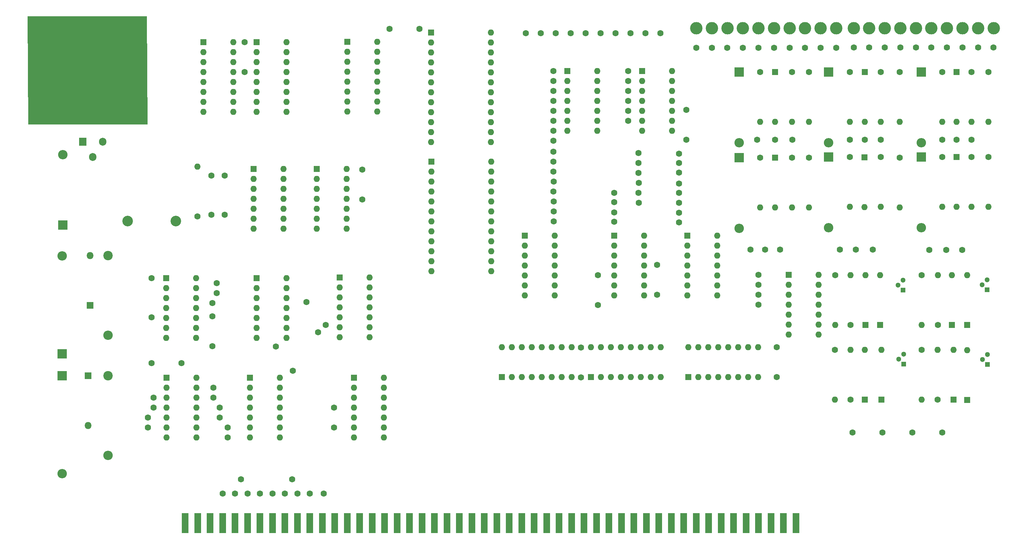
<source format=gbr>
%TF.GenerationSoftware,KiCad,Pcbnew,7.0.10*%
%TF.CreationDate,2024-03-23T14:15:06-04:00*%
%TF.ProjectId,MITS 88-2SIO,4d495453-2038-4382-9d32-53494f2e6b69,rev?*%
%TF.SameCoordinates,Original*%
%TF.FileFunction,Soldermask,Top*%
%TF.FilePolarity,Negative*%
%FSLAX46Y46*%
G04 Gerber Fmt 4.6, Leading zero omitted, Abs format (unit mm)*
G04 Created by KiCad (PCBNEW 7.0.10) date 2024-03-23 14:15:06*
%MOMM*%
%LPD*%
G01*
G04 APERTURE LIST*
%ADD10C,1.600000*%
%ADD11R,1.600000X1.600000*%
%ADD12O,1.600000X1.600000*%
%ADD13R,2.400000X2.400000*%
%ADD14O,2.400000X2.400000*%
%ADD15C,3.160000*%
%ADD16C,2.400000*%
%ADD17R,1.300000X1.300000*%
%ADD18C,1.300000*%
%ADD19R,1.800000X1.800000*%
%ADD20O,1.800000X1.800000*%
%ADD21O,3.500000X3.500000*%
%ADD22R,1.905000X2.000000*%
%ADD23O,1.905000X2.000000*%
%ADD24R,1.778000X5.080000*%
%ADD25C,2.700000*%
G04 APERTURE END LIST*
D10*
%TO.C,W1*%
X98958400Y-150990000D03*
%TD*%
D11*
%TO.C,U4*%
X191871600Y-121208800D03*
D12*
X194411600Y-121208800D03*
X196951600Y-121208800D03*
X199491600Y-121208800D03*
X202031600Y-121208800D03*
X204571600Y-121208800D03*
X207111600Y-121208800D03*
X209651600Y-121208800D03*
X209651600Y-113588800D03*
X207111600Y-113588800D03*
X204571600Y-113588800D03*
X202031600Y-113588800D03*
X199491600Y-113588800D03*
X196951600Y-113588800D03*
X194411600Y-113588800D03*
X191871600Y-113588800D03*
%TD*%
D10*
%TO.C,P30*%
X157480000Y-66294000D03*
%TD*%
%TO.C,P71*%
X248920000Y-135382000D03*
%TD*%
%TO.C,R20*%
X222631000Y-65278000D03*
D12*
X222631000Y-77978000D03*
%TD*%
D13*
%TO.C,C1*%
X32385000Y-115316000D03*
D14*
X32385000Y-90316000D03*
%TD*%
D10*
%TO.C,R21*%
X251333000Y-114300000D03*
D12*
X251333000Y-127000000D03*
%TD*%
D10*
%TO.C,P14*%
X55118000Y-96012000D03*
%TD*%
D11*
%TO.C,D11*%
X241046000Y-127000000D03*
D12*
X241046000Y-114300000D03*
%TD*%
D10*
%TO.C,C17*%
X70612000Y-105791000D03*
X70612000Y-113411000D03*
%TD*%
%TO.C,C12*%
X191389000Y-53086000D03*
X191389000Y-60706000D03*
%TD*%
%TO.C,P109*%
X205783600Y-37236400D03*
%TD*%
%TO.C,P110*%
X209743600Y-37236400D03*
%TD*%
%TO.C,P89*%
X161925000Y-33528000D03*
%TD*%
D11*
%TO.C,U10*%
X144373601Y-121259601D03*
D12*
X146913601Y-121259601D03*
X149453601Y-121259601D03*
X151993601Y-121259601D03*
X154533601Y-121259601D03*
X157073601Y-121259601D03*
X159613601Y-121259601D03*
X162153601Y-121259601D03*
X162153601Y-113639601D03*
X159613601Y-113639601D03*
X157073601Y-113639601D03*
X154533601Y-113639601D03*
X151993601Y-113639601D03*
X149453601Y-113639601D03*
X146913601Y-113639601D03*
X144373601Y-113639601D03*
%TD*%
D10*
%TO.C,P100*%
X249851600Y-37178400D03*
%TD*%
D11*
%TO.C,D6*%
X236855000Y-43434000D03*
D12*
X236855000Y-56134000D03*
%TD*%
D10*
%TO.C,P3*%
X74549000Y-134112000D03*
%TD*%
%TO.C,P25*%
X189484000Y-71882000D03*
%TD*%
D11*
%TO.C,D5*%
X240690400Y-107950000D03*
D12*
X240690400Y-95250000D03*
%TD*%
D10*
%TO.C,P20*%
X179171600Y-66675000D03*
%TD*%
%TO.C,R15*%
X268351000Y-43434000D03*
D12*
X268351000Y-56134000D03*
%TD*%
D15*
%TO.C,J3*%
X234005400Y-32257000D03*
X237965400Y-32257000D03*
X241925400Y-32257000D03*
X245885400Y-32257000D03*
X249845400Y-32257000D03*
X253805400Y-32257000D03*
X257765400Y-32257000D03*
X261725400Y-32257000D03*
X265685400Y-32257000D03*
X269645400Y-32257000D03*
%TD*%
D10*
%TO.C,P18*%
X55118000Y-106045000D03*
%TD*%
D11*
%TO.C,U20*%
X68326000Y-35814000D03*
D12*
X68326000Y-38354000D03*
X68326000Y-40894000D03*
X68326000Y-43434000D03*
X68326000Y-45974000D03*
X68326000Y-48514000D03*
X68326000Y-51054000D03*
X68326000Y-53594000D03*
X75946000Y-53594000D03*
X75946000Y-51054000D03*
X75946000Y-48514000D03*
X75946000Y-45974000D03*
X75946000Y-43434000D03*
X75946000Y-40894000D03*
X75946000Y-38354000D03*
X75946000Y-35814000D03*
%TD*%
D10*
%TO.C,P7*%
X101600000Y-129032000D03*
%TD*%
D13*
%TO.C,C2*%
X32385000Y-120904000D03*
D14*
X32385000Y-145904000D03*
%TD*%
D11*
%TO.C,U5*%
X103022400Y-95885000D03*
D12*
X103022400Y-98425000D03*
X103022400Y-100965000D03*
X103022400Y-103505000D03*
X103022400Y-106045000D03*
X103022400Y-108585000D03*
X103022400Y-111125000D03*
X110642400Y-111125000D03*
X110642400Y-108585000D03*
X110642400Y-106045000D03*
X110642400Y-103505000D03*
X110642400Y-100965000D03*
X110642400Y-98425000D03*
X110642400Y-95885000D03*
%TD*%
D10*
%TO.C,W6*%
X85928200Y-150990000D03*
%TD*%
%TO.C,P54*%
X176530000Y-43180000D03*
%TD*%
D11*
%TO.C,U2*%
X106680000Y-121412000D03*
D12*
X106680000Y-123952000D03*
X106680000Y-126492000D03*
X106680000Y-129032000D03*
X106680000Y-131572000D03*
X106680000Y-134112000D03*
X106680000Y-136652000D03*
X114300000Y-136652000D03*
X114300000Y-134112000D03*
X114300000Y-131572000D03*
X114300000Y-129032000D03*
X114300000Y-126492000D03*
X114300000Y-123952000D03*
X114300000Y-121412000D03*
%TD*%
D10*
%TO.C,P49*%
X157480000Y-63754000D03*
%TD*%
%TO.C,P58*%
X209423000Y-60706000D03*
%TD*%
D16*
%TO.C,R2*%
X44069000Y-120904000D03*
D14*
X44069000Y-141224000D03*
%TD*%
D11*
%TO.C,U22*%
X81915000Y-35814000D03*
D12*
X81915000Y-38354000D03*
X81915000Y-40894000D03*
X81915000Y-43434000D03*
X81915000Y-45974000D03*
X81915000Y-48514000D03*
X81915000Y-51054000D03*
X81915000Y-53594000D03*
X89535000Y-53594000D03*
X89535000Y-51054000D03*
X89535000Y-48514000D03*
X89535000Y-45974000D03*
X89535000Y-43434000D03*
X89535000Y-40894000D03*
X89535000Y-38354000D03*
X89535000Y-35814000D03*
%TD*%
D10*
%TO.C,R23*%
X233045000Y-65151000D03*
D12*
X233045000Y-77851000D03*
%TD*%
D10*
%TO.C,R3*%
X210185000Y-43434000D03*
D12*
X210185000Y-56134000D03*
%TD*%
D10*
%TO.C,P60*%
X256540000Y-60706000D03*
%TD*%
%TO.C,W3*%
X76403200Y-150990000D03*
%TD*%
%TO.C,P88*%
X158115000Y-33528000D03*
%TD*%
D13*
%TO.C,C6*%
X204851000Y-65278000D03*
D14*
X204851000Y-83278000D03*
%TD*%
D10*
%TO.C,W5*%
X82753200Y-150990000D03*
%TD*%
%TO.C,P21*%
X189484000Y-79349600D03*
%TD*%
%TO.C,P99*%
X245891600Y-37178400D03*
%TD*%
%TO.C,P68*%
X241300000Y-135382000D03*
%TD*%
%TO.C,R19*%
X218313000Y-65278000D03*
D12*
X218313000Y-77978000D03*
%TD*%
D10*
%TO.C,P37*%
X157480000Y-53340000D03*
%TD*%
%TO.C,P114*%
X225583600Y-37236400D03*
%TD*%
D13*
%TO.C,C5*%
X251206000Y-43434000D03*
D14*
X251206000Y-61434000D03*
%TD*%
D10*
%TO.C,P40*%
X209753200Y-102819200D03*
%TD*%
%TO.C,R22*%
X255397000Y-127000000D03*
D12*
X255397000Y-114300000D03*
%TD*%
D10*
%TO.C,P42*%
X179171600Y-64135000D03*
%TD*%
D16*
%TO.C,R1*%
X44069000Y-90297000D03*
D14*
X44069000Y-110617000D03*
%TD*%
D11*
%TO.C,U15*%
X126390400Y-66294000D03*
D12*
X126390400Y-68834000D03*
X126390400Y-71374000D03*
X126390400Y-73914000D03*
X126390400Y-76454000D03*
X126390400Y-78994000D03*
X126390400Y-81534000D03*
X126390400Y-84074000D03*
X126390400Y-86614000D03*
X126390400Y-89154000D03*
X126390400Y-91694000D03*
X126390400Y-94234000D03*
X141630400Y-94234000D03*
X141630400Y-91694000D03*
X141630400Y-89154000D03*
X141630400Y-86614000D03*
X141630400Y-84074000D03*
X141630400Y-81534000D03*
X141630400Y-78994000D03*
X141630400Y-76454000D03*
X141630400Y-73914000D03*
X141630400Y-71374000D03*
X141630400Y-68834000D03*
X141630400Y-66294000D03*
%TD*%
D10*
%TO.C,P87*%
X154305000Y-33528000D03*
%TD*%
%TO.C,P69*%
X256540000Y-135382000D03*
%TD*%
%TO.C,P94*%
X180975000Y-33528000D03*
%TD*%
%TO.C,P96*%
X234011600Y-37178400D03*
%TD*%
%TO.C,P39*%
X157556200Y-76454000D03*
%TD*%
D17*
%TO.C,Q3*%
X246761000Y-117957600D03*
D18*
X245491000Y-116687600D03*
X246761000Y-115417600D03*
%TD*%
D11*
%TO.C,D9*%
X260223000Y-43434000D03*
D12*
X260223000Y-56134000D03*
%TD*%
D10*
%TO.C,C13*%
X164541200Y-121310400D03*
X164541200Y-113690400D03*
%TD*%
%TO.C,P43*%
X189484000Y-81788000D03*
%TD*%
%TO.C,P113*%
X221623600Y-37236400D03*
%TD*%
%TO.C,P28*%
X157556200Y-71374000D03*
%TD*%
D11*
%TO.C,U14*%
X126365000Y-33401000D03*
D12*
X126365000Y-35941000D03*
X126365000Y-38481000D03*
X126365000Y-41021000D03*
X126365000Y-43561000D03*
X126365000Y-46101000D03*
X126365000Y-48641000D03*
X126365000Y-51181000D03*
X126365000Y-53721000D03*
X126365000Y-56261000D03*
X126365000Y-58801000D03*
X126365000Y-61341000D03*
X141605000Y-61341000D03*
X141605000Y-58801000D03*
X141605000Y-56261000D03*
X141605000Y-53721000D03*
X141605000Y-51181000D03*
X141605000Y-48641000D03*
X141605000Y-46101000D03*
X141605000Y-43561000D03*
X141605000Y-41021000D03*
X141605000Y-38481000D03*
X141605000Y-35941000D03*
X141605000Y-33401000D03*
%TD*%
D10*
%TO.C,R5*%
X222631000Y-43434000D03*
D12*
X222631000Y-56134000D03*
%TD*%
D10*
%TO.C,P56*%
X157505400Y-73914000D03*
%TD*%
%TO.C,P66*%
X157480000Y-48260000D03*
%TD*%
%TO.C,P72*%
X157480000Y-50800000D03*
%TD*%
D11*
%TO.C,D8*%
X262890000Y-107950000D03*
D12*
X262890000Y-95250000D03*
%TD*%
D17*
%TO.C,Q2*%
X268020800Y-99009200D03*
D18*
X266750800Y-97739200D03*
X268020800Y-96469200D03*
%TD*%
D11*
%TO.C,D7*%
X259029200Y-107950000D03*
D12*
X259029200Y-95250000D03*
%TD*%
D10*
%TO.C,P108*%
X201823600Y-37236400D03*
%TD*%
%TO.C,P13*%
X101600000Y-134112000D03*
%TD*%
D11*
%TO.C,U1*%
X80162400Y-121412000D03*
D12*
X80162400Y-123952000D03*
X80162400Y-126492000D03*
X80162400Y-129032000D03*
X80162400Y-131572000D03*
X80162400Y-134112000D03*
X80162400Y-136652000D03*
X87782400Y-136652000D03*
X87782400Y-134112000D03*
X87782400Y-131572000D03*
X87782400Y-129032000D03*
X87782400Y-126492000D03*
X87782400Y-123952000D03*
X87782400Y-121412000D03*
%TD*%
D11*
%TO.C,U11*%
X97180400Y-68199000D03*
D12*
X97180400Y-70739000D03*
X97180400Y-73279000D03*
X97180400Y-75819000D03*
X97180400Y-78359000D03*
X97180400Y-80899000D03*
X97180400Y-83439000D03*
X104800400Y-83439000D03*
X104800400Y-80899000D03*
X104800400Y-78359000D03*
X104800400Y-75819000D03*
X104800400Y-73279000D03*
X104800400Y-70739000D03*
X104800400Y-68199000D03*
%TD*%
D11*
%TO.C,U23*%
X217424000Y-95148400D03*
D12*
X217424000Y-97688400D03*
X217424000Y-100228400D03*
X217424000Y-102768400D03*
X217424000Y-105308400D03*
X217424000Y-107848400D03*
X217424000Y-110388400D03*
X225044000Y-110388400D03*
X225044000Y-107848400D03*
X225044000Y-105308400D03*
X225044000Y-102768400D03*
X225044000Y-100228400D03*
X225044000Y-97688400D03*
X225044000Y-95148400D03*
%TD*%
D10*
%TO.C,P81*%
X215265000Y-88773000D03*
%TD*%
%TO.C,P2*%
X54229000Y-131572000D03*
%TD*%
%TO.C,P77*%
X240919000Y-60706000D03*
%TD*%
%TO.C,P57*%
X157556200Y-78994000D03*
%TD*%
%TO.C,W9*%
X95450400Y-150990000D03*
%TD*%
D11*
%TO.C,D18*%
X260223000Y-65151000D03*
D12*
X260223000Y-77851000D03*
%TD*%
D10*
%TO.C,W10*%
X77876400Y-147320000D03*
%TD*%
%TO.C,P78*%
X260223000Y-60706000D03*
%TD*%
D13*
%TO.C,C7*%
X227584000Y-65151000D03*
D14*
X227584000Y-83151000D03*
%TD*%
D11*
%TO.C,U13*%
X191643000Y-85217000D03*
D12*
X191643000Y-87757000D03*
X191643000Y-90297000D03*
X191643000Y-92837000D03*
X191643000Y-95377000D03*
X191643000Y-97917000D03*
X191643000Y-100457000D03*
X199263000Y-100457000D03*
X199263000Y-97917000D03*
X199263000Y-95377000D03*
X199263000Y-92837000D03*
X199263000Y-90297000D03*
X199263000Y-87757000D03*
X199263000Y-85217000D03*
%TD*%
D10*
%TO.C,P34*%
X173024800Y-79248000D03*
%TD*%
%TO.C,P47*%
X189484000Y-69088000D03*
%TD*%
D19*
%TO.C,D2*%
X38989000Y-120904000D03*
D20*
X38989000Y-133604000D03*
%TD*%
D10*
%TO.C,P33*%
X176530000Y-50800000D03*
%TD*%
%TO.C,P44*%
X179171600Y-69215000D03*
%TD*%
%TO.C,C14*%
X108839000Y-68326000D03*
X108839000Y-75946000D03*
%TD*%
D11*
%TO.C,D4*%
X237032800Y-107950000D03*
D12*
X237032800Y-95250000D03*
%TD*%
D10*
%TO.C,C10*%
X73761600Y-79883000D03*
X73761600Y-69883000D03*
%TD*%
D11*
%TO.C,U16*%
X172974000Y-85217000D03*
D12*
X172974000Y-87757000D03*
X172974000Y-90297000D03*
X172974000Y-92837000D03*
X172974000Y-95377000D03*
X172974000Y-97917000D03*
X172974000Y-100457000D03*
X180594000Y-100457000D03*
X180594000Y-97917000D03*
X180594000Y-95377000D03*
X180594000Y-92837000D03*
X180594000Y-90297000D03*
X180594000Y-87757000D03*
X180594000Y-85217000D03*
%TD*%
D10*
%TO.C,P93*%
X177165000Y-33528000D03*
%TD*%
D11*
%TO.C,U8*%
X58826400Y-96012000D03*
D12*
X58826400Y-98552000D03*
X58826400Y-101092000D03*
X58826400Y-103632000D03*
X58826400Y-106172000D03*
X58826400Y-108712000D03*
X58826400Y-111252000D03*
X66446400Y-111252000D03*
X66446400Y-108712000D03*
X66446400Y-106172000D03*
X66446400Y-103632000D03*
X66446400Y-101092000D03*
X66446400Y-98552000D03*
X66446400Y-96012000D03*
%TD*%
D10*
%TO.C,P85*%
X261620000Y-88798400D03*
%TD*%
%TO.C,P10*%
X72517000Y-131572000D03*
%TD*%
%TO.C,R28*%
X66802000Y-80264000D03*
D12*
X66802000Y-67564000D03*
%TD*%
D13*
%TO.C,C3*%
X204851000Y-43434000D03*
D14*
X204851000Y-61434000D03*
%TD*%
D11*
%TO.C,U7*%
X81153000Y-68199000D03*
D12*
X81153000Y-70739000D03*
X81153000Y-73279000D03*
X81153000Y-75819000D03*
X81153000Y-78359000D03*
X81153000Y-80899000D03*
X81153000Y-83439000D03*
X88773000Y-83439000D03*
X88773000Y-80899000D03*
X88773000Y-78359000D03*
X88773000Y-75819000D03*
X88773000Y-73279000D03*
X88773000Y-70739000D03*
X88773000Y-68199000D03*
%TD*%
D10*
%TO.C,P29*%
X209753200Y-97688400D03*
%TD*%
D21*
%TO.C,U24*%
X40132000Y-44554000D03*
D22*
X37592000Y-61214000D03*
D23*
X40132000Y-65151000D03*
X42672000Y-61214000D03*
%TD*%
D10*
%TO.C,R10*%
X245745000Y-43434000D03*
D12*
X245745000Y-56134000D03*
%TD*%
D10*
%TO.C,P45*%
X189484000Y-76835000D03*
%TD*%
%TO.C,R4*%
X218313000Y-43434000D03*
D12*
X218313000Y-56134000D03*
%TD*%
D10*
%TO.C,C18*%
X62738000Y-117729000D03*
X55118000Y-117729000D03*
%TD*%
D11*
%TO.C,D13*%
X259461000Y-127000000D03*
D12*
X259461000Y-114300000D03*
%TD*%
D10*
%TO.C,P73*%
X157480000Y-60960000D03*
%TD*%
D24*
%TO.C,P1*%
X63700000Y-158486000D03*
X66875000Y-158486000D03*
X70050000Y-158486000D03*
X73225000Y-158486000D03*
X76400000Y-158486000D03*
X79575000Y-158486000D03*
X82750000Y-158486000D03*
X85925000Y-158486000D03*
X89100000Y-158486000D03*
X92275000Y-158486000D03*
X95450000Y-158486000D03*
X98625000Y-158486000D03*
X101800000Y-158486000D03*
X104975000Y-158486000D03*
X108150000Y-158486000D03*
X111325000Y-158486000D03*
X114500000Y-158486000D03*
X117675000Y-158486000D03*
X120850000Y-158486000D03*
X124025000Y-158486000D03*
X127200000Y-158486000D03*
X130375000Y-158486000D03*
X133550000Y-158486000D03*
X136725000Y-158486000D03*
X139900000Y-158486000D03*
X143075000Y-158486000D03*
X146250000Y-158486000D03*
X149425000Y-158486000D03*
X152600000Y-158486000D03*
X155775000Y-158486000D03*
X158950000Y-158486000D03*
X162125000Y-158486000D03*
X165300000Y-158486000D03*
X168475000Y-158486000D03*
X171650000Y-158486000D03*
X174825000Y-158486000D03*
X178000000Y-158486000D03*
X181175000Y-158486000D03*
X184350000Y-158486000D03*
X187525000Y-158486000D03*
X190700000Y-158486000D03*
X193875000Y-158486000D03*
X197050000Y-158486000D03*
X200225000Y-158486000D03*
X203400000Y-158486000D03*
X206575000Y-158486000D03*
X209750000Y-158486000D03*
X212925000Y-158486000D03*
X216100000Y-158486000D03*
X219275000Y-158486000D03*
%TD*%
D10*
%TO.C,P26*%
X157480000Y-43180000D03*
%TD*%
%TO.C,P11*%
X70866000Y-126492000D03*
%TD*%
%TO.C,C22*%
X214376000Y-113665000D03*
X214376000Y-121285000D03*
%TD*%
%TO.C,C15*%
X94615000Y-102108000D03*
X99513042Y-107945259D03*
%TD*%
%TO.C,P19*%
X97536000Y-109855000D03*
%TD*%
%TO.C,R27*%
X264033000Y-65151000D03*
D12*
X264033000Y-77851000D03*
%TD*%
D10*
%TO.C,R24*%
X240919000Y-65151000D03*
D12*
X240919000Y-77851000D03*
%TD*%
D10*
%TO.C,C23*%
X183896000Y-92608400D03*
X183896000Y-100228400D03*
%TD*%
%TO.C,P65*%
X157480000Y-55880000D03*
%TD*%
%TO.C,P61*%
X207670400Y-88747600D03*
%TD*%
%TO.C,P52*%
X176530000Y-48260000D03*
%TD*%
%TO.C,P86*%
X150495000Y-33528000D03*
%TD*%
%TO.C,P24*%
X179273200Y-76835000D03*
%TD*%
%TO.C,R8*%
X233045000Y-43434000D03*
D12*
X233045000Y-56134000D03*
%TD*%
D10*
%TO.C,R12*%
X255422400Y-107950000D03*
D12*
X255422400Y-95250000D03*
%TD*%
D10*
%TO.C,P5*%
X70866000Y-123952000D03*
%TD*%
D11*
%TO.C,D12*%
X213995000Y-65278000D03*
D12*
X213995000Y-77978000D03*
%TD*%
D10*
%TO.C,P23*%
X189484000Y-74295000D03*
%TD*%
%TO.C,P35*%
X176530000Y-45720000D03*
%TD*%
%TO.C,P90*%
X165735000Y-33528000D03*
%TD*%
D11*
%TO.C,D3*%
X213995000Y-43434000D03*
D12*
X213995000Y-56134000D03*
%TD*%
D10*
%TO.C,W4*%
X79578200Y-150990000D03*
%TD*%
%TO.C,R30*%
X268351000Y-65151000D03*
D12*
X268351000Y-77851000D03*
%TD*%
D11*
%TO.C,U9*%
X167030400Y-121259600D03*
D12*
X169570400Y-121259600D03*
X172110400Y-121259600D03*
X174650400Y-121259600D03*
X177190400Y-121259600D03*
X179730400Y-121259600D03*
X182270400Y-121259600D03*
X184810400Y-121259600D03*
X184810400Y-113639600D03*
X182270400Y-113639600D03*
X179730400Y-113639600D03*
X177190400Y-113639600D03*
X174650400Y-113639600D03*
X172110400Y-113639600D03*
X169570400Y-113639600D03*
X167030400Y-113639600D03*
%TD*%
D10*
%TO.C,P70*%
X233680000Y-135382000D03*
%TD*%
%TO.C,W2*%
X73228200Y-150990000D03*
%TD*%
%TO.C,P107*%
X197860400Y-37236400D03*
%TD*%
%TO.C,R25*%
X245745000Y-65278000D03*
D12*
X245745000Y-77978000D03*
%TD*%
D10*
%TO.C,P48*%
X157505400Y-68834000D03*
%TD*%
%TO.C,P67*%
X157480000Y-58420000D03*
%TD*%
%TO.C,P16*%
X71755000Y-99822000D03*
%TD*%
%TO.C,C20*%
X168808400Y-95250000D03*
X168808400Y-102870000D03*
%TD*%
%TO.C,P103*%
X261731600Y-37178400D03*
%TD*%
%TO.C,P74*%
X213995000Y-60706000D03*
%TD*%
%TO.C,C21*%
X78867002Y-35813996D03*
X78867002Y-43433996D03*
%TD*%
D11*
%TO.C,U21*%
X180086000Y-43180000D03*
D12*
X180086000Y-45720000D03*
X180086000Y-48260000D03*
X180086000Y-50800000D03*
X180086000Y-53340000D03*
X180086000Y-55880000D03*
X180086000Y-58420000D03*
X187706000Y-58420000D03*
X187706000Y-55880000D03*
X187706000Y-53340000D03*
X187706000Y-50800000D03*
X187706000Y-48260000D03*
X187706000Y-45720000D03*
X187706000Y-43180000D03*
%TD*%
D10*
%TO.C,P38*%
X209753200Y-100228400D03*
%TD*%
%TO.C,P98*%
X241931600Y-37174400D03*
%TD*%
%TO.C,R9*%
X240919000Y-43434000D03*
D12*
X240919000Y-56134000D03*
%TD*%
D10*
%TO.C,P51*%
X189484000Y-64262000D03*
%TD*%
%TO.C,P53*%
X173024800Y-81661000D03*
%TD*%
D15*
%TO.C,J2*%
X193907400Y-32227000D03*
X197867400Y-32227000D03*
X201827400Y-32227000D03*
X205787400Y-32227000D03*
X209747400Y-32227000D03*
X213707400Y-32227000D03*
X217667400Y-32227000D03*
X221627400Y-32227000D03*
X225587400Y-32227000D03*
X229547400Y-32227000D03*
%TD*%
D10*
%TO.C,P36*%
X173024800Y-74218800D03*
%TD*%
%TO.C,R17*%
X233172000Y-127000000D03*
D12*
X233172000Y-114300000D03*
%TD*%
D10*
%TO.C,W8*%
X92278200Y-150990000D03*
%TD*%
%TO.C,P22*%
X179222400Y-71755000D03*
%TD*%
%TO.C,P6*%
X55626000Y-126492000D03*
%TD*%
%TO.C,P106*%
X193903600Y-37236400D03*
%TD*%
%TO.C,W11*%
X90932000Y-147320000D03*
%TD*%
D13*
%TO.C,C4*%
X227584000Y-43434000D03*
D14*
X227584000Y-61434000D03*
%TD*%
D10*
%TO.C,P64*%
X157480000Y-45720000D03*
%TD*%
%TO.C,P102*%
X257753600Y-37178400D03*
%TD*%
%TO.C,P9*%
X74549000Y-136652000D03*
%TD*%
D11*
%TO.C,U3*%
X81915000Y-96012000D03*
D12*
X81915000Y-98552000D03*
X81915000Y-101092000D03*
X81915000Y-103632000D03*
X81915000Y-106172000D03*
X81915000Y-108712000D03*
X81915000Y-111252000D03*
X89535000Y-111252000D03*
X89535000Y-108712000D03*
X89535000Y-106172000D03*
X89535000Y-103632000D03*
X89535000Y-101092000D03*
X89535000Y-98552000D03*
X89535000Y-96012000D03*
%TD*%
D10*
%TO.C,P31*%
X176530000Y-55880000D03*
%TD*%
D11*
%TO.C,D10*%
X236855000Y-127000000D03*
D12*
X236855000Y-114300000D03*
%TD*%
D10*
%TO.C,P50*%
X176530000Y-53340000D03*
%TD*%
%TO.C,P63*%
X253238000Y-88798400D03*
%TD*%
D17*
%TO.C,Q4*%
X268071600Y-118008400D03*
D18*
X266801600Y-116738400D03*
X268071600Y-115468400D03*
%TD*%
D10*
%TO.C,P46*%
X179197000Y-74295000D03*
%TD*%
D11*
%TO.C,D14*%
X262940800Y-127050800D03*
D12*
X262940800Y-114350800D03*
%TD*%
D13*
%TO.C,C8*%
X251206000Y-65151000D03*
D14*
X251206000Y-83151000D03*
%TD*%
D10*
%TO.C,P76*%
X236855000Y-60706000D03*
%TD*%
%TO.C,R14*%
X264033000Y-43434000D03*
D12*
X264033000Y-56134000D03*
%TD*%
D10*
%TO.C,P59*%
X233045000Y-60706000D03*
%TD*%
%TO.C,P80*%
X211429600Y-88747600D03*
%TD*%
D11*
%TO.C,U6*%
X58978800Y-121412000D03*
D12*
X58978800Y-123952000D03*
X58978800Y-126492000D03*
X58978800Y-129032000D03*
X58978800Y-131572000D03*
X58978800Y-134112000D03*
X58978800Y-136652000D03*
X66598800Y-136652000D03*
X66598800Y-134112000D03*
X66598800Y-131572000D03*
X66598800Y-129032000D03*
X66598800Y-126492000D03*
X66598800Y-123952000D03*
X66598800Y-121412000D03*
%TD*%
D10*
%TO.C,P115*%
X229543600Y-37236400D03*
%TD*%
%TO.C,P4*%
X72517000Y-129032000D03*
%TD*%
%TO.C,R13*%
X256540000Y-43434000D03*
D12*
X256540000Y-56134000D03*
%TD*%
D11*
%TO.C,J1*%
X105003600Y-35763200D03*
D12*
X105003600Y-38303200D03*
X105003600Y-40843200D03*
X105003600Y-43383200D03*
X105003600Y-45923200D03*
X105003600Y-48463200D03*
X105003600Y-51003200D03*
X105003600Y-53543200D03*
X112623600Y-53543200D03*
X112623600Y-51003200D03*
X112623600Y-48463200D03*
X112623600Y-45923200D03*
X112623600Y-43383200D03*
X112623600Y-40843200D03*
X112623600Y-38303200D03*
X112623600Y-35763200D03*
%TD*%
D10*
%TO.C,R18*%
X210185000Y-65278000D03*
D12*
X210185000Y-77978000D03*
%TD*%
D10*
%TO.C,P79*%
X264033000Y-60706000D03*
%TD*%
%TO.C,P91*%
X169545000Y-33528000D03*
%TD*%
%TO.C,C19*%
X123393200Y-32410400D03*
X115773200Y-32410400D03*
%TD*%
%TO.C,C16*%
X91137052Y-119678339D03*
X86766400Y-113436400D03*
%TD*%
%TO.C,P95*%
X184785000Y-33528000D03*
%TD*%
%TO.C,P15*%
X71755000Y-97282000D03*
%TD*%
%TO.C,R16*%
X229235000Y-114300000D03*
D12*
X229235000Y-127000000D03*
%TD*%
D10*
%TO.C,P83*%
X238861600Y-88747600D03*
%TD*%
%TO.C,W7*%
X89103200Y-150977600D03*
%TD*%
%TO.C,P17*%
X70612000Y-102362000D03*
%TD*%
%TO.C,P8*%
X54229000Y-134112000D03*
%TD*%
%TO.C,P75*%
X218338400Y-60706000D03*
%TD*%
D11*
%TO.C,U19*%
X161036000Y-43180000D03*
D12*
X161036000Y-45720000D03*
X161036000Y-48260000D03*
X161036000Y-50800000D03*
X161036000Y-53340000D03*
X161036000Y-55880000D03*
X161036000Y-58420000D03*
X168656000Y-58420000D03*
X168656000Y-55880000D03*
X168656000Y-53340000D03*
X168656000Y-50800000D03*
X168656000Y-48260000D03*
X168656000Y-45720000D03*
X168656000Y-43180000D03*
%TD*%
D10*
%TO.C,P41*%
X157607000Y-81534000D03*
%TD*%
%TO.C,P32*%
X189484000Y-66675000D03*
%TD*%
%TO.C,R7*%
X233172000Y-107950000D03*
D12*
X233172000Y-95250000D03*
%TD*%
D10*
%TO.C,P105*%
X269640800Y-37178400D03*
%TD*%
%TO.C,P112*%
X217663600Y-37236400D03*
%TD*%
D13*
%TO.C,C11*%
X32512000Y-82499200D03*
D14*
X32512000Y-64499200D03*
%TD*%
D17*
%TO.C,Q1*%
X246532400Y-99060000D03*
D18*
X245262400Y-97790000D03*
X246532400Y-96520000D03*
%TD*%
D10*
%TO.C,P97*%
X237971600Y-37178400D03*
%TD*%
%TO.C,R11*%
X251333000Y-95250000D03*
D12*
X251333000Y-107950000D03*
%TD*%
D11*
%TO.C,D15*%
X236728000Y-65176400D03*
D12*
X236728000Y-77876400D03*
%TD*%
D10*
%TO.C,P84*%
X257606800Y-88798400D03*
%TD*%
%TO.C,P62*%
X230479600Y-88747600D03*
%TD*%
%TO.C,P92*%
X173355000Y-33528000D03*
%TD*%
%TO.C,P27*%
X209753200Y-95148400D03*
%TD*%
D19*
%TO.C,D1*%
X39497000Y-102997000D03*
D20*
X39497000Y-90297000D03*
%TD*%
D10*
%TO.C,P111*%
X213703600Y-37236400D03*
%TD*%
D25*
%TO.C,CR1*%
X61362000Y-81483200D03*
X49022000Y-81483200D03*
%TD*%
D10*
%TO.C,R26*%
X256540000Y-65151000D03*
D12*
X256540000Y-77851000D03*
%TD*%
D10*
%TO.C,P101*%
X253811600Y-37178400D03*
%TD*%
%TO.C,P55*%
X173024800Y-76657200D03*
%TD*%
D11*
%TO.C,U18*%
X150241000Y-85217000D03*
D12*
X150241000Y-87757000D03*
X150241000Y-90297000D03*
X150241000Y-92837000D03*
X150241000Y-95377000D03*
X150241000Y-97917000D03*
X150241000Y-100457000D03*
X157861000Y-100457000D03*
X157861000Y-97917000D03*
X157861000Y-95377000D03*
X157861000Y-92837000D03*
X157861000Y-90297000D03*
X157861000Y-87757000D03*
X157861000Y-85217000D03*
%TD*%
D10*
%TO.C,P104*%
X265678400Y-37178400D03*
%TD*%
%TO.C,P82*%
X234543600Y-88747600D03*
%TD*%
%TO.C,R6*%
X229260400Y-95250000D03*
D12*
X229260400Y-107950000D03*
%TD*%
D10*
%TO.C,P12*%
X55626000Y-129032000D03*
%TD*%
%TO.C,C9*%
X70358000Y-79883000D03*
X70358000Y-69883000D03*
%TD*%
G36*
X53851829Y-29209897D02*
G01*
X53918852Y-29229638D01*
X53964562Y-29282480D01*
X53975723Y-29333169D01*
X54136267Y-56668078D01*
X54116976Y-56735232D01*
X54064442Y-56781296D01*
X54012276Y-56792806D01*
X23846810Y-56794393D01*
X23779769Y-56774712D01*
X23734011Y-56721910D01*
X23722806Y-56671192D01*
X23546604Y-29309503D01*
X23565856Y-29242338D01*
X23618364Y-29196244D01*
X23670705Y-29184704D01*
X53851829Y-29209897D01*
G37*
M02*

</source>
